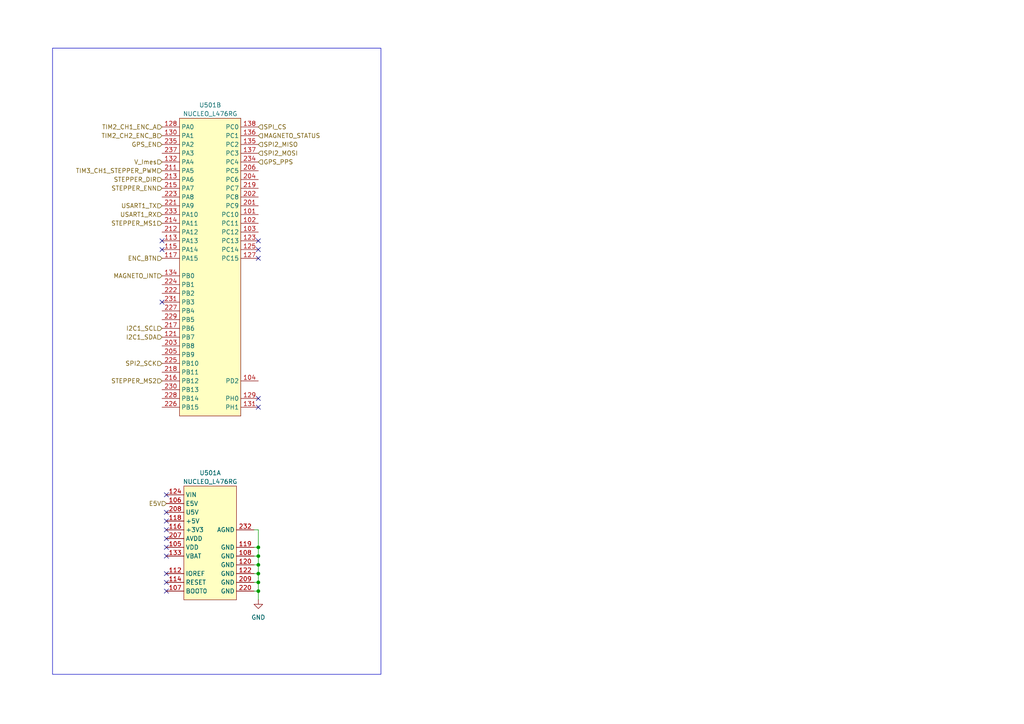
<source format=kicad_sch>
(kicad_sch (version 20231120) (generator "eeschema") (generator_version "8.0")
  (paper "A4")
  (lib_symbols
    (symbol "NUCLEO_L476RG_1"
      (property "Reference" "U" (at 0 46.99 0))
      (property "Value" "NUCLEO_L476RG" (at 0 44.45 0))
      (symbol "NUCLEO_L476RG_1_1_1"
        (rectangle (start -7.62 16.51) (end 7.62 -16.51) (fill (type background)))
        (pin power_out line (at -12.7 -1.27 0) (length 5.08) (name "VDD") (number "105"))
        (pin power_out line (at -12.7 11.43 0) (length 5.08) (name "E5V") (number "106"))
        (pin bidirectional line (at -12.7 -13.97 0) (length 5.08) (name "BOOT0") (number "107"))
        (pin power_in line (at 12.7 -3.81 180) (length 5.08) (name "GND") (number "108"))
        (pin output line (at -12.7 -8.89 0) (length 5.08) (name "IOREF") (number "112"))
        (pin bidirectional line (at -12.7 -11.43 0) (length 5.08) (name "RESET") (number "114"))
        (pin power_out line (at -12.7 3.81 0) (length 5.08) (name "+3V3") (number "116"))
        (pin power_out line (at -12.7 6.35 0) (length 5.08) (name "+5V") (number "118"))
        (pin power_in line (at 12.7 -1.27 180) (length 5.08) (name "GND") (number "119"))
        (pin power_in line (at 12.7 -6.35 180) (length 5.08) (name "GND") (number "120"))
        (pin power_in line (at 12.7 -8.89 180) (length 5.08) (name "GND") (number "122"))
        (pin power_in line (at -12.7 13.97 0) (length 5.08) (name "VIN") (number "124"))
        (pin power_out line (at -12.7 -3.81 0) (length 5.08) (name "VBAT") (number "133"))
        (pin power_out line (at -12.7 1.27 0) (length 5.08) (name "AVDD") (number "207"))
        (pin power_out line (at -12.7 8.89 0) (length 5.08) (name "U5V") (number "208"))
        (pin power_in line (at 12.7 -11.43 180) (length 5.08) (name "GND") (number "209"))
        (pin power_in line (at 12.7 -13.97 180) (length 5.08) (name "GND") (number "220"))
        (pin power_in line (at 12.7 3.81 180) (length 5.08) (name "AGND") (number "232"))
      )
      (symbol "NUCLEO_L476RG_1_2_1"
        (rectangle (start -8.89 43.18) (end 8.89 -43.18) (fill (type background)))
        (pin bidirectional line (at 13.97 15.24 180) (length 5.08) (name "PC10") (number "101"))
        (pin bidirectional line (at 13.97 12.7 180) (length 5.08) (name "PC11") (number "102"))
        (pin bidirectional line (at 13.97 10.16 180) (length 5.08) (name "PC12") (number "103"))
        (pin bidirectional line (at 13.97 -33.02 180) (length 5.08) (name "PD2") (number "104"))
        (pin no_connect line (at 13.97 -2.54 180) (length 5.08) hide (name "NC") (number "109"))
        (pin no_connect line (at 13.97 -5.08 180) (length 5.08) hide (name "NC") (number "110"))
        (pin no_connect line (at 13.97 -7.62 180) (length 5.08) hide (name "NC") (number "111"))
        (pin bidirectional line (at -13.97 7.62 0) (length 5.08) (name "PA13") (number "113"))
        (pin bidirectional line (at -13.97 5.08 0) (length 5.08) (name "PA14") (number "115"))
        (pin bidirectional line (at -13.97 2.54 0) (length 5.08) (name "PA15") (number "117"))
        (pin bidirectional line (at -13.97 -20.32 0) (length 5.08) (name "PB7") (number "121"))
        (pin bidirectional line (at 13.97 7.62 180) (length 5.08) (name "PC13") (number "123"))
        (pin bidirectional line (at 13.97 5.08 180) (length 5.08) (name "PC14") (number "125"))
        (pin no_connect line (at 13.97 -10.16 180) (length 5.08) hide (name "NC") (number "126"))
        (pin bidirectional line (at 13.97 2.54 180) (length 5.08) (name "PC15") (number "127"))
        (pin bidirectional line (at -13.97 40.64 0) (length 5.08) (name "PA0") (number "128"))
        (pin bidirectional line (at 13.97 -38.1 180) (length 5.08) (name "PH0") (number "129"))
        (pin bidirectional line (at -13.97 38.1 0) (length 5.08) (name "PA1") (number "130"))
        (pin bidirectional line (at 13.97 -40.64 180) (length 5.08) (name "PH1") (number "131"))
        (pin bidirectional line (at -13.97 30.48 0) (length 5.08) (name "PA4") (number "132"))
        (pin bidirectional line (at -13.97 -2.54 0) (length 5.08) (name "PB0") (number "134"))
        (pin bidirectional line (at 13.97 35.56 180) (length 5.08) (name "PC2") (number "135"))
        (pin bidirectional line (at 13.97 38.1 180) (length 5.08) (name "PC1") (number "136"))
        (pin bidirectional line (at 13.97 33.02 180) (length 5.08) (name "PC3") (number "137"))
        (pin bidirectional line (at 13.97 40.64 180) (length 5.08) (name "PC0") (number "138"))
        (pin bidirectional line (at 13.97 17.78 180) (length 5.08) (name "PC9") (number "201"))
        (pin bidirectional line (at 13.97 20.32 180) (length 5.08) (name "PC8") (number "202"))
        (pin bidirectional line (at -13.97 -22.86 0) (length 5.08) (name "PB8") (number "203"))
        (pin bidirectional line (at 13.97 25.4 180) (length 5.08) (name "PC6") (number "204"))
        (pin bidirectional line (at -13.97 -25.4 0) (length 5.08) (name "PB9") (number "205"))
        (pin bidirectional line (at 13.97 27.94 180) (length 5.08) (name "PC5") (number "206"))
        (pin no_connect line (at 13.97 -12.7 180) (length 5.08) hide (name "NC") (number "210"))
        (pin bidirectional line (at -13.97 27.94 0) (length 5.08) (name "PA5") (number "211"))
        (pin bidirectional line (at -13.97 10.16 0) (length 5.08) (name "PA12") (number "212"))
        (pin bidirectional line (at -13.97 25.4 0) (length 5.08) (name "PA6") (number "213"))
        (pin bidirectional line (at -13.97 12.7 0) (length 5.08) (name "PA11") (number "214"))
        (pin bidirectional line (at -13.97 22.86 0) (length 5.08) (name "PA7") (number "215"))
        (pin bidirectional line (at -13.97 -33.02 0) (length 5.08) (name "PB12") (number "216"))
        (pin bidirectional line (at -13.97 -17.78 0) (length 5.08) (name "PB6") (number "217"))
        (pin bidirectional line (at -13.97 -30.48 0) (length 5.08) (name "PB11") (number "218"))
        (pin bidirectional line (at 13.97 22.86 180) (length 5.08) (name "PC7") (number "219"))
        (pin bidirectional line (at -13.97 17.78 0) (length 5.08) (name "PA9") (number "221"))
        (pin bidirectional line (at -13.97 -7.62 0) (length 5.08) (name "PB2") (number "222"))
        (pin bidirectional line (at -13.97 20.32 0) (length 5.08) (name "PA8") (number "223"))
        (pin bidirectional line (at -13.97 -5.08 0) (length 5.08) (name "PB1") (number "224"))
        (pin bidirectional line (at -13.97 -27.94 0) (length 5.08) (name "PB10") (number "225"))
        (pin bidirectional line (at -13.97 -40.64 0) (length 5.08) (name "PB15") (number "226"))
        (pin bidirectional line (at -13.97 -12.7 0) (length 5.08) (name "PB4") (number "227"))
        (pin bidirectional line (at -13.97 -38.1 0) (length 5.08) (name "PB14") (number "228"))
        (pin bidirectional line (at -13.97 -15.24 0) (length 5.08) (name "PB5") (number "229"))
        (pin bidirectional line (at -13.97 -35.56 0) (length 5.08) (name "PB13") (number "230"))
        (pin bidirectional line (at -13.97 -10.16 0) (length 5.08) (name "PB3") (number "231"))
        (pin bidirectional line (at -13.97 15.24 0) (length 5.08) (name "PA10") (number "233"))
        (pin bidirectional line (at 13.97 30.48 180) (length 5.08) (name "PC4") (number "234"))
        (pin bidirectional line (at -13.97 35.56 0) (length 5.08) (name "PA2") (number "235"))
        (pin no_connect line (at 13.97 -15.24 180) (length 5.08) hide (name "NC") (number "236"))
        (pin bidirectional line (at -13.97 33.02 0) (length 5.08) (name "PA3") (number "237"))
        (pin no_connect line (at 13.97 -17.78 180) (length 5.08) hide (name "NC") (number "238"))
      )
    )
    (symbol "WITNS_ST:NUCLEO_L476RG"
      (property "Reference" "U" (at 0 44.45 0))
      (property "Value" "NUCLEO_L476RG" (at 0 22.86 0))
      (symbol "NUCLEO_L476RG_1_1"
        (rectangle (start -7.62 16.51) (end 7.62 -16.51) (fill (type background)))
        (pin power_out line (at -12.7 -1.27 0) (length 5.08) (name "VDD") (number "105"))
        (pin power_out line (at -12.7 11.43 0) (length 5.08) (name "E5V") (number "106"))
        (pin bidirectional line (at -12.7 -13.97 0) (length 5.08) (name "BOOT0") (number "107"))
        (pin power_in line (at 12.7 -3.81 180) (length 5.08) (name "GND") (number "108"))
        (pin output line (at -12.7 -8.89 0) (length 5.08) (name "IOREF") (number "112"))
        (pin bidirectional line (at -12.7 -11.43 0) (length 5.08) (name "RESET") (number "114"))
        (pin power_out line (at -12.7 3.81 0) (length 5.08) (name "+3V3") (number "116"))
        (pin power_out line (at -12.7 6.35 0) (length 5.08) (name "+5V") (number "118"))
        (pin power_in line (at 12.7 -1.27 180) (length 5.08) (name "GND") (number "119"))
        (pin power_in line (at 12.7 -6.35 180) (length 5.08) (name "GND") (number "120"))
        (pin power_in line (at 12.7 -8.89 180) (length 5.08) (name "GND") (number "122"))
        (pin power_in line (at -12.7 13.97 0) (length 5.08) (name "VIN") (number "124"))
        (pin power_out line (at -12.7 -3.81 0) (length 5.08) (name "VBAT") (number "133"))
        (pin power_out line (at -12.7 1.27 0) (length 5.08) (name "AVDD") (number "207"))
        (pin power_out line (at -12.7 8.89 0) (length 5.08) (name "U5V") (number "208"))
        (pin power_in line (at 12.7 -11.43 180) (length 5.08) (name "GND") (number "209"))
        (pin power_in line (at 12.7 -13.97 180) (length 5.08) (name "GND") (number "220"))
        (pin power_in line (at 12.7 3.81 180) (length 5.08) (name "AGND") (number "232"))
      )
      (symbol "NUCLEO_L476RG_2_1"
        (rectangle (start -8.89 43.18) (end 8.89 -43.18) (fill (type background)))
        (pin bidirectional line (at 13.97 15.24 180) (length 5.08) (name "PC10") (number "101"))
        (pin bidirectional line (at 13.97 12.7 180) (length 5.08) (name "PC11") (number "102"))
        (pin bidirectional line (at 13.97 10.16 180) (length 5.08) (name "PC12") (number "103"))
        (pin bidirectional line (at 13.97 -33.02 180) (length 5.08) (name "PD2") (number "104"))
        (pin no_connect line (at 13.97 -2.54 180) (length 5.08) hide (name "NC") (number "109"))
        (pin no_connect line (at 13.97 -5.08 180) (length 5.08) hide (name "NC") (number "110"))
        (pin no_connect line (at 13.97 -7.62 180) (length 5.08) hide (name "NC") (number "111"))
        (pin bidirectional line (at -13.8929 7.6344 0) (length 5.08) (name "PA13") (number "113"))
        (pin bidirectional line (at -13.8929 5.0944 0) (length 5.08) (name "PA14") (number "115"))
        (pin bidirectional line (at -13.8929 2.5544 0) (length 5.08) (name "PA15") (number "117"))
        (pin bidirectional line (at -13.97 -20.32 0) (length 5.08) (name "PB7") (number "121"))
        (pin bidirectional line (at 13.97 7.62 180) (length 5.08) (name "PC13") (number "123"))
        (pin bidirectional line (at 13.97 5.08 180) (length 5.08) (name "PC14") (number "125"))
        (pin no_connect line (at 13.97 -10.16 180) (length 5.08) hide (name "NC") (number "126"))
        (pin bidirectional line (at 13.97 2.54 180) (length 5.08) (name "PC15") (number "127"))
        (pin bidirectional line (at -13.8929 40.6544 0) (length 5.08) (name "PA0") (number "128"))
        (pin bidirectional line (at 13.97 -38.1 180) (length 5.08) (name "PH0") (number "129"))
        (pin bidirectional line (at -13.8929 38.1144 0) (length 5.08) (name "PA1") (number "130"))
        (pin bidirectional line (at 13.97 -40.64 180) (length 5.08) (name "PH1") (number "131"))
        (pin bidirectional line (at -13.8929 30.4944 0) (length 5.08) (name "PA4") (number "132"))
        (pin bidirectional line (at -13.97 -2.54 0) (length 5.08) (name "PB0") (number "134"))
        (pin bidirectional line (at 13.97 35.56 180) (length 5.08) (name "PC2") (number "135"))
        (pin bidirectional line (at 13.97 38.1 180) (length 5.08) (name "PC1") (number "136"))
        (pin bidirectional line (at 13.97 33.02 180) (length 5.08) (name "PC3") (number "137"))
        (pin bidirectional line (at 13.97 40.64 180) (length 5.08) (name "PC0") (number "138"))
        (pin bidirectional line (at 13.97 17.78 180) (length 5.08) (name "PC9") (number "201"))
        (pin bidirectional line (at 13.97 20.32 180) (length 5.08) (name "PC8") (number "202"))
        (pin bidirectional line (at -13.97 -22.86 0) (length 5.08) (name "PB8") (number "203"))
        (pin bidirectional line (at 13.97 25.4 180) (length 5.08) (name "PC6") (number "204"))
        (pin bidirectional line (at -13.97 -25.4 0) (length 5.08) (name "PB9") (number "205"))
        (pin bidirectional line (at 13.97 27.94 180) (length 5.08) (name "PC5") (number "206"))
        (pin no_connect line (at 13.97 -12.7 180) (length 5.08) hide (name "NC") (number "210"))
        (pin bidirectional line (at -13.8929 27.9544 0) (length 5.08) (name "PA5") (number "211"))
        (pin bidirectional line (at -13.8929 10.1744 0) (length 5.08) (name "PA12") (number "212"))
        (pin bidirectional line (at -13.8929 25.4144 0) (length 5.08) (name "PA6") (number "213"))
        (pin bidirectional line (at -13.8929 12.7144 0) (length 5.08) (name "PA11") (number "214"))
        (pin bidirectional line (at -13.8929 22.8744 0) (length 5.08) (name "PA7") (number "215"))
        (pin bidirectional line (at -13.97 -33.02 0) (length 5.08) (name "PB12") (number "216"))
        (pin bidirectional line (at -13.97 -17.78 0) (length 5.08) (name "PB6") (number "217"))
        (pin bidirectional line (at -13.97 -30.48 0) (length 5.08) (name "PB11") (number "218"))
        (pin bidirectional line (at 13.97 22.86 180) (length 5.08) (name "PC7") (number "219"))
        (pin bidirectional line (at -13.8929 17.7944 0) (length 5.08) (name "PA9") (number "221"))
        (pin bidirectional line (at -13.97 -7.62 0) (length 5.08) (name "PB2") (number "222"))
        (pin bidirectional line (at -13.8929 20.3344 0) (length 5.08) (name "PA8") (number "223"))
        (pin bidirectional line (at -13.97 -5.08 0) (length 5.08) (name "PB1") (number "224"))
        (pin bidirectional line (at -13.97 -27.94 0) (length 5.08) (name "PB10") (number "225"))
        (pin bidirectional line (at -13.97 -40.64 0) (length 5.08) (name "PB15") (number "226"))
        (pin bidirectional line (at -13.97 -12.7 0) (length 5.08) (name "PB4") (number "227"))
        (pin bidirectional line (at -13.97 -38.1 0) (length 5.08) (name "PB14") (number "228"))
        (pin bidirectional line (at -13.97 -15.24 0) (length 5.08) (name "PB5") (number "229"))
        (pin bidirectional line (at -13.97 -35.56 0) (length 5.08) (name "PB13") (number "230"))
        (pin bidirectional line (at -13.97 -10.16 0) (length 5.08) (name "PB3") (number "231"))
        (pin bidirectional line (at -13.8929 15.2544 0) (length 5.08) (name "PA10") (number "233"))
        (pin bidirectional line (at 13.97 30.48 180) (length 5.08) (name "PC4") (number "234"))
        (pin bidirectional line (at -13.97 35.56 0) (length 5.08) (name "PA2") (number "235"))
        (pin no_connect line (at 13.97 -15.24 180) (length 5.08) hide (name "NC") (number "236"))
        (pin bidirectional line (at -13.8929 33.0344 0) (length 5.08) (name "PA3") (number "237"))
        (pin no_connect line (at 13.97 -17.78 180) (length 5.08) hide (name "NC") (number "238"))
      )
    )
    (symbol "power:GND" (power) (pin_numbers hide) (pin_names (offset 0) hide)
      (property "Value" "GND" (at 0 -3.81 0))
      (symbol "GND_0_1"
        (polyline (pts (xy 0 0) (xy 0 -1.27) (xy 1.27 -1.27) (xy 0 -2.54) (xy -1.27 -1.27) (xy 0 -1.27)))
      )
      (symbol "GND_1_1"
        (pin power_in line (at 0 0 270) (length 0) (name "~") (number "1"))
      )
    )
  )
  (junction (at 74.93 161.29))
  (junction (at 74.93 166.37))
  (junction (at 74.93 168.91))
  (junction (at 74.93 163.83))
  (junction (at 74.93 158.75))
  (junction (at 74.93 171.45))
  (no_connect (at 46.99 72.39))
  (no_connect (at 74.93 115.57))
  (no_connect (at 48.26 143.51))
  (no_connect (at 48.26 148.59))
  (no_connect (at 46.99 69.85))
  (no_connect (at 48.26 161.29))
  (no_connect (at 74.93 118.11))
  (no_connect (at 74.93 72.39))
  (no_connect (at 48.26 153.67))
  (no_connect (at 48.26 166.37))
  (no_connect (at 74.93 74.93))
  (no_connect (at 48.26 171.45))
  (no_connect (at 74.93 69.85))
  (no_connect (at 48.26 158.75))
  (no_connect (at 48.26 151.13))
  (no_connect (at 48.26 168.91))
  (no_connect (at 46.99 87.63))
  (no_connect (at 48.26 156.21))
  (wire (pts (xy 73.66 153.67) (xy 74.93 153.67)))
  (wire (pts (xy 74.93 161.29) (xy 74.93 158.75)))
  (wire (pts (xy 74.93 166.37) (xy 74.93 168.91)))
  (wire (pts (xy 74.93 161.29) (xy 74.93 163.83)))
  (wire (pts (xy 73.66 171.45) (xy 74.93 171.45)))
  (wire (pts (xy 74.93 168.91) (xy 74.93 171.45)))
  (wire (pts (xy 73.66 166.37) (xy 74.93 166.37)))
  (wire (pts (xy 74.93 158.75) (xy 74.93 153.67)))
  (wire (pts (xy 74.93 171.45) (xy 74.93 173.99)))
  (wire (pts (xy 73.66 158.75) (xy 74.93 158.75)))
  (wire (pts (xy 73.66 161.29) (xy 74.93 161.29)))
  (wire (pts (xy 74.93 163.83) (xy 74.93 166.37)))
  (wire (pts (xy 73.66 168.91) (xy 74.93 168.91)))
  (wire (pts (xy 73.66 163.83) (xy 74.93 163.83)))
  (rectangle (start 15.24 13.97) (end 110.49 195.58))
  (hierarchical_label "I2C1_SCL" (shape input) (at 46.99 95.25 180))
  (hierarchical_label "GPS_EN" (shape input) (at 46.99 41.91 180))
  (hierarchical_label "STEPPER_DIR" (shape input) (at 46.99 52.07 180))
  (hierarchical_label "ENC_BTN" (shape input) (at 46.99 74.93 180))
  (hierarchical_label "MAGNETO_INT" (shape input) (at 46.99 80.01 180))
  (hierarchical_label "TIM2_CH1_ENC_A" (shape input) (at 46.99 36.83 180))
  (hierarchical_label "STEPPER_MS2" (shape input) (at 46.99 110.49 180))
  (hierarchical_label "SPI2_MISO" (shape input) (at 74.93 41.91 0))
  (hierarchical_label "SPI_CS" (shape input) (at 74.93 36.83 0))
  (hierarchical_label "STEPPER_MS1" (shape input) (at 46.99 64.77 180))
  (hierarchical_label "SPI2_SCK" (shape input) (at 46.99 105.41 180))
  (hierarchical_label "USART1_TX" (shape input) (at 46.99 59.69 180))
  (hierarchical_label "TIM2_CH2_ENC_B" (shape input) (at 46.99 39.37 180))
  (hierarchical_label "STEPPER_ENN" (shape input) (at 46.99 54.61 180))
  (hierarchical_label "I2C1_SDA" (shape input) (at 46.99 97.79 180))
  (hierarchical_label "MAGNETO_STATUS" (shape input) (at 74.93 39.37 0))
  (hierarchical_label "SPI2_MOSI" (shape input) (at 74.93 44.45 0))
  (hierarchical_label "USART1_RX" (shape input) (at 46.99 62.23 180))
  (hierarchical_label "TIM3_CH1_STEPPER_PWM" (shape input) (at 46.99 49.53 180))
  (hierarchical_label "V_Imes" (shape input) (at 46.99 46.99 180))
  (hierarchical_label "E5V" (shape input) (at 48.26 146.05 180))
  (hierarchical_label "GPS_PPS" (shape input) (at 74.93 46.99 0))
  (symbol (lib_name "NUCLEO_L476RG_1") (lib_id "WITNS_ST:NUCLEO_L476RG") (at 60.96 77.47 0) (unit 2)
    (property "Reference" "U501" (at 60.96 30.48 0))
    (property "Value" "NUCLEO_L476RG" (at 60.96 33.02 0))
    (property "Footprint" "libs:ST_NUCLEO_64" (effects (hide yes)))
  )
  (symbol (lib_id "power:GND") (at 74.93 173.99 0) (unit 1)
    (property "Reference" "#PWR0504" (effects (hide yes)))
    (property "Value" "GND" (at 74.93 179.07 0))
    (property "Description" "Power symbol creates a global label with name \"GND\" , ground" (effects (hide yes)))
  )
  (symbol (lib_id "WITNS_ST:NUCLEO_L476RG") (at 60.96 157.48 0) (unit 1)
    (property "Reference" "U501" (at 60.96 137.16 0))
    (property "Value" "NUCLEO_L476RG" (at 60.96 139.7 0))
    (property "Footprint" "libs:ST_NUCLEO_64" (effects (hide yes)))
  )
)
</source>
